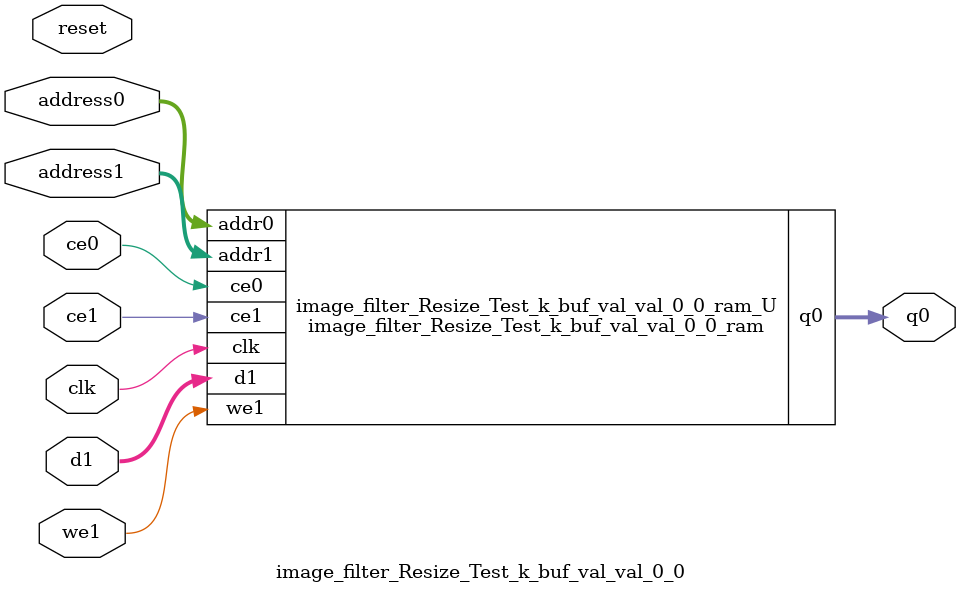
<source format=v>

`timescale 1 ns / 1 ps
module image_filter_Resize_Test_k_buf_val_val_0_0_ram (addr0, ce0, q0, addr1, ce1, d1, we1,  clk);

parameter DWIDTH = 32;
parameter AWIDTH = 10;
parameter MEM_SIZE = 641;

input[AWIDTH-1:0] addr0;
input ce0;
output reg[DWIDTH-1:0] q0;
input[AWIDTH-1:0] addr1;
input ce1;
input[DWIDTH-1:0] d1;
input we1;
input clk;

(* ram_style = "block" *)reg [DWIDTH-1:0] ram[MEM_SIZE-1:0];




always @(posedge clk)  
begin 
    if (ce0) 
    begin
            q0 <= ram[addr0];
    end
end


always @(posedge clk)  
begin 
    if (ce1) 
    begin
        if (we1) 
        begin 
            ram[addr1] <= d1; 
        end 
    end
end


endmodule


`timescale 1 ns / 1 ps
module image_filter_Resize_Test_k_buf_val_val_0_0(
    reset,
    clk,
    address0,
    ce0,
    q0,
    address1,
    ce1,
    we1,
    d1);

parameter DataWidth = 32'd32;
parameter AddressRange = 32'd641;
parameter AddressWidth = 32'd10;
input reset;
input clk;
input[AddressWidth - 1:0] address0;
input ce0;
output[DataWidth - 1:0] q0;
input[AddressWidth - 1:0] address1;
input ce1;
input we1;
input[DataWidth - 1:0] d1;



image_filter_Resize_Test_k_buf_val_val_0_0_ram image_filter_Resize_Test_k_buf_val_val_0_0_ram_U(
    .clk( clk ),
    .addr0( address0 ),
    .ce0( ce0 ),
    .q0( q0 ),
    .addr1( address1 ),
    .ce1( ce1 ),
    .d1( d1 ),
    .we1( we1 ));

endmodule


</source>
